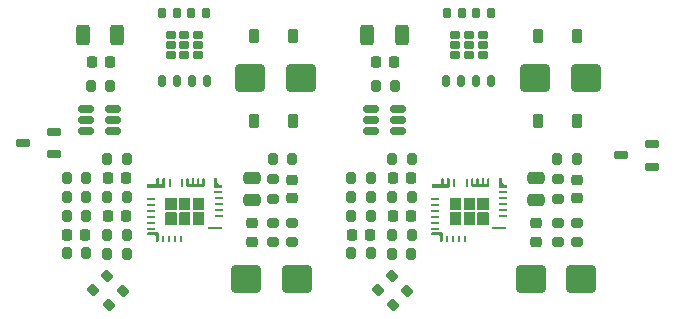
<source format=gtp>
%TF.GenerationSoftware,KiCad,Pcbnew,9.0.4*%
%TF.CreationDate,2025-10-02T17:53:38-07:00*%
%TF.ProjectId,PowerBoard,506f7765-7242-46f6-9172-642e6b696361,1*%
%TF.SameCoordinates,Original*%
%TF.FileFunction,Paste,Top*%
%TF.FilePolarity,Positive*%
%FSLAX46Y46*%
G04 Gerber Fmt 4.6, Leading zero omitted, Abs format (unit mm)*
G04 Created by KiCad (PCBNEW 9.0.4) date 2025-10-02 17:53:38*
%MOMM*%
%LPD*%
G01*
G04 APERTURE LIST*
G04 Aperture macros list*
%AMRoundRect*
0 Rectangle with rounded corners*
0 $1 Rounding radius*
0 $2 $3 $4 $5 $6 $7 $8 $9 X,Y pos of 4 corners*
0 Add a 4 corners polygon primitive as box body*
4,1,4,$2,$3,$4,$5,$6,$7,$8,$9,$2,$3,0*
0 Add four circle primitives for the rounded corners*
1,1,$1+$1,$2,$3*
1,1,$1+$1,$4,$5*
1,1,$1+$1,$6,$7*
1,1,$1+$1,$8,$9*
0 Add four rect primitives between the rounded corners*
20,1,$1+$1,$2,$3,$4,$5,0*
20,1,$1+$1,$4,$5,$6,$7,0*
20,1,$1+$1,$6,$7,$8,$9,0*
20,1,$1+$1,$8,$9,$2,$3,0*%
%AMFreePoly0*
4,1,13,0.175001,0.249999,0.175001,-0.475001,0.125001,-0.525001,-0.074999,-0.525001,-0.124998,-0.475001,-0.124998,-0.050000,-0.224998,0.049999,-0.474998,0.049999,-0.525000,0.099999,-0.524998,0.249999,-0.474998,0.299999,0.125001,0.299999,0.175001,0.249999,0.175001,0.249999,$1*%
%AMFreePoly1*
4,1,17,0.099997,0.600002,0.099997,0.200003,0.199999,0.100003,0.774997,0.100003,0.824999,0.050003,0.824997,-0.099997,0.774997,-0.149999,-0.025002,-0.149999,-0.054092,-0.120907,-0.075001,-0.112247,-0.112247,-0.075001,-0.120907,-0.054092,-0.150003,-0.024998,-0.150003,0.600002,-0.100003,0.650002,0.049997,0.650002,0.099997,0.600002,0.099997,0.600002,$1*%
G04 Aperture macros list end*
%ADD10C,0.000000*%
%ADD11RoundRect,0.225000X-0.225000X-0.375000X0.225000X-0.375000X0.225000X0.375000X-0.225000X0.375000X0*%
%ADD12RoundRect,0.200000X-0.200000X-0.275000X0.200000X-0.275000X0.200000X0.275000X-0.200000X0.275000X0*%
%ADD13R,0.650001X0.249999*%
%ADD14R,0.700001X0.249999*%
%ADD15FreePoly0,180.000000*%
%ADD16R,0.249999X0.750001*%
%ADD17FreePoly1,180.000000*%
%ADD18R,0.249999X0.599999*%
%ADD19R,1.300000X0.249999*%
%ADD20RoundRect,0.225000X0.225000X0.250000X-0.225000X0.250000X-0.225000X-0.250000X0.225000X-0.250000X0*%
%ADD21RoundRect,0.200000X0.200000X0.275000X-0.200000X0.275000X-0.200000X-0.275000X0.200000X-0.275000X0*%
%ADD22RoundRect,0.150000X-0.512500X-0.150000X0.512500X-0.150000X0.512500X0.150000X-0.512500X0.150000X0*%
%ADD23RoundRect,0.250000X0.312500X0.625000X-0.312500X0.625000X-0.312500X-0.625000X0.312500X-0.625000X0*%
%ADD24RoundRect,0.200000X-0.053033X0.335876X-0.335876X0.053033X0.053033X-0.335876X0.335876X-0.053033X0*%
%ADD25RoundRect,0.225000X-0.250000X0.225000X-0.250000X-0.225000X0.250000X-0.225000X0.250000X0.225000X0*%
%ADD26RoundRect,0.150000X0.300000X-0.150000X0.300000X0.150000X-0.300000X0.150000X-0.300000X-0.150000X0*%
%ADD27RoundRect,0.150000X-0.150000X-0.300000X0.150000X-0.300000X0.150000X0.300000X-0.150000X0.300000X0*%
%ADD28RoundRect,0.150000X-0.150000X-0.375000X0.150000X-0.375000X0.150000X0.375000X-0.150000X0.375000X0*%
%ADD29RoundRect,0.225000X0.250000X-0.225000X0.250000X0.225000X-0.250000X0.225000X-0.250000X-0.225000X0*%
%ADD30RoundRect,0.250000X1.000000X0.900000X-1.000000X0.900000X-1.000000X-0.900000X1.000000X-0.900000X0*%
%ADD31RoundRect,0.200000X-0.275000X0.200000X-0.275000X-0.200000X0.275000X-0.200000X0.275000X0.200000X0*%
%ADD32RoundRect,0.250000X0.475000X-0.250000X0.475000X0.250000X-0.475000X0.250000X-0.475000X-0.250000X0*%
%ADD33RoundRect,0.200000X0.275000X-0.200000X0.275000X0.200000X-0.275000X0.200000X-0.275000X-0.200000X0*%
%ADD34RoundRect,0.162500X0.447500X0.162500X-0.447500X0.162500X-0.447500X-0.162500X0.447500X-0.162500X0*%
G04 APERTURE END LIST*
D10*
%TO.C,U12*%
G36*
X158866445Y-104616751D02*
G01*
X158866445Y-105556749D01*
X158816445Y-105606749D01*
X157936447Y-105606749D01*
X157886447Y-105556749D01*
X157886447Y-104616751D01*
X157936447Y-104566751D01*
X158816445Y-104566751D01*
X158866445Y-104616751D01*
G37*
G36*
X158866445Y-105856751D02*
G01*
X158866445Y-106796749D01*
X158816445Y-106846749D01*
X157936447Y-106846749D01*
X157886447Y-106796749D01*
X157886447Y-105856751D01*
X157936447Y-105806751D01*
X158816445Y-105806751D01*
X158866445Y-105856751D01*
G37*
G36*
X160046445Y-104616751D02*
G01*
X160046445Y-105556749D01*
X159996445Y-105606749D01*
X159116447Y-105606749D01*
X159066447Y-105556749D01*
X159066447Y-104616751D01*
X159116447Y-104566751D01*
X159996445Y-104566751D01*
X160046445Y-104616751D01*
G37*
G36*
X160046445Y-105856751D02*
G01*
X160046445Y-106796749D01*
X159996445Y-106846749D01*
X159116447Y-106846749D01*
X159066447Y-106796749D01*
X159066447Y-105856751D01*
X159116447Y-105806751D01*
X159996445Y-105806751D01*
X160046445Y-105856751D01*
G37*
G36*
X161226445Y-104616751D02*
G01*
X161226445Y-105556749D01*
X161176445Y-105606749D01*
X160296447Y-105606749D01*
X160246447Y-105556749D01*
X160246447Y-104616751D01*
X160296447Y-104566751D01*
X161176445Y-104566751D01*
X161226445Y-104616751D01*
G37*
G36*
X161226445Y-105856751D02*
G01*
X161226445Y-106796749D01*
X161176445Y-106846749D01*
X160296447Y-106846749D01*
X160246447Y-106796749D01*
X160246447Y-105856751D01*
X160296447Y-105806751D01*
X161176445Y-105806751D01*
X161226445Y-105856751D01*
G37*
G36*
X157406445Y-102981750D02*
G01*
X157406445Y-103331750D01*
X157456445Y-103381752D01*
X157606445Y-103381749D01*
X157656447Y-103331752D01*
X157656447Y-102981750D01*
X157706447Y-102931750D01*
X157856447Y-102931750D01*
X157906447Y-102981750D01*
X157906447Y-103631751D01*
X157781446Y-103781751D01*
X156406445Y-103781751D01*
X156356447Y-103731751D01*
X156356447Y-103431752D01*
X156406447Y-103381752D01*
X157106448Y-103381752D01*
X157156446Y-103331752D01*
X157156446Y-102981750D01*
X157206446Y-102931750D01*
X157356448Y-102931750D01*
X157406445Y-102981750D01*
G37*
G36*
X159906445Y-102981750D02*
G01*
X159906445Y-103331750D01*
X159956445Y-103381749D01*
X160106445Y-103381749D01*
X160156445Y-103331750D01*
X160156445Y-102981750D01*
X160206447Y-102931750D01*
X160306447Y-102931750D01*
X160356447Y-102981750D01*
X160356444Y-103331750D01*
X160406447Y-103381749D01*
X160556447Y-103381749D01*
X160606444Y-103331750D01*
X160606444Y-102981750D01*
X160656444Y-102931750D01*
X160756446Y-102931750D01*
X160806446Y-102981750D01*
X160806446Y-103331750D01*
X160856446Y-103381749D01*
X161006446Y-103381749D01*
X161056446Y-103331750D01*
X161056446Y-102981750D01*
X161106445Y-102931750D01*
X161206445Y-102931750D01*
X161256445Y-102981750D01*
X161256445Y-103556750D01*
X161131447Y-103681749D01*
X159831447Y-103681749D01*
X159706446Y-103556750D01*
X159706446Y-102981750D01*
X159756446Y-102931750D01*
X159856445Y-102931750D01*
X159906445Y-102981750D01*
G37*
%TO.C,U14*%
G36*
X134766445Y-104616751D02*
G01*
X134766445Y-105556749D01*
X134716445Y-105606749D01*
X133836447Y-105606749D01*
X133786447Y-105556749D01*
X133786447Y-104616751D01*
X133836447Y-104566751D01*
X134716445Y-104566751D01*
X134766445Y-104616751D01*
G37*
G36*
X134766445Y-105856751D02*
G01*
X134766445Y-106796749D01*
X134716445Y-106846749D01*
X133836447Y-106846749D01*
X133786447Y-106796749D01*
X133786447Y-105856751D01*
X133836447Y-105806751D01*
X134716445Y-105806751D01*
X134766445Y-105856751D01*
G37*
G36*
X135946445Y-104616751D02*
G01*
X135946445Y-105556749D01*
X135896445Y-105606749D01*
X135016447Y-105606749D01*
X134966447Y-105556749D01*
X134966447Y-104616751D01*
X135016447Y-104566751D01*
X135896445Y-104566751D01*
X135946445Y-104616751D01*
G37*
G36*
X135946445Y-105856751D02*
G01*
X135946445Y-106796749D01*
X135896445Y-106846749D01*
X135016447Y-106846749D01*
X134966447Y-106796749D01*
X134966447Y-105856751D01*
X135016447Y-105806751D01*
X135896445Y-105806751D01*
X135946445Y-105856751D01*
G37*
G36*
X137126445Y-104616751D02*
G01*
X137126445Y-105556749D01*
X137076445Y-105606749D01*
X136196447Y-105606749D01*
X136146447Y-105556749D01*
X136146447Y-104616751D01*
X136196447Y-104566751D01*
X137076445Y-104566751D01*
X137126445Y-104616751D01*
G37*
G36*
X137126445Y-105856751D02*
G01*
X137126445Y-106796749D01*
X137076445Y-106846749D01*
X136196447Y-106846749D01*
X136146447Y-106796749D01*
X136146447Y-105856751D01*
X136196447Y-105806751D01*
X137076445Y-105806751D01*
X137126445Y-105856751D01*
G37*
G36*
X133306445Y-102981750D02*
G01*
X133306445Y-103331750D01*
X133356445Y-103381752D01*
X133506445Y-103381749D01*
X133556447Y-103331752D01*
X133556447Y-102981750D01*
X133606447Y-102931750D01*
X133756447Y-102931750D01*
X133806447Y-102981750D01*
X133806447Y-103631751D01*
X133681446Y-103781751D01*
X132306445Y-103781751D01*
X132256447Y-103731751D01*
X132256447Y-103431752D01*
X132306447Y-103381752D01*
X133006448Y-103381752D01*
X133056446Y-103331752D01*
X133056446Y-102981750D01*
X133106446Y-102931750D01*
X133256448Y-102931750D01*
X133306445Y-102981750D01*
G37*
G36*
X135806445Y-102981750D02*
G01*
X135806445Y-103331750D01*
X135856445Y-103381749D01*
X136006445Y-103381749D01*
X136056445Y-103331750D01*
X136056445Y-102981750D01*
X136106447Y-102931750D01*
X136206447Y-102931750D01*
X136256447Y-102981750D01*
X136256444Y-103331750D01*
X136306447Y-103381749D01*
X136456447Y-103381749D01*
X136506444Y-103331750D01*
X136506444Y-102981750D01*
X136556444Y-102931750D01*
X136656446Y-102931750D01*
X136706446Y-102981750D01*
X136706446Y-103331750D01*
X136756446Y-103381749D01*
X136906446Y-103381749D01*
X136956446Y-103331750D01*
X136956446Y-102981750D01*
X137006445Y-102931750D01*
X137106445Y-102931750D01*
X137156445Y-102981750D01*
X137156445Y-103556750D01*
X137031447Y-103681749D01*
X135731447Y-103681749D01*
X135606446Y-103556750D01*
X135606446Y-102981750D01*
X135656446Y-102931750D01*
X135756445Y-102931750D01*
X135806445Y-102981750D01*
G37*
%TD*%
D11*
%TO.C,D12*%
X165391447Y-90881750D03*
X168691447Y-90881750D03*
%TD*%
D12*
%TO.C,R52*%
X128916447Y-107731750D03*
X130566447Y-107731750D03*
%TD*%
D13*
%TO.C,U12*%
X162431447Y-106131749D03*
X162431447Y-105631750D03*
X162431447Y-105131751D03*
X162431447Y-104631749D03*
D14*
X162406445Y-104131750D03*
D15*
X162231447Y-103456751D03*
D16*
X159331445Y-103306751D03*
X158281445Y-103306751D03*
D13*
X156681445Y-104706751D03*
X156681445Y-105206750D03*
X156681445Y-105706751D03*
X156681445Y-106206750D03*
X156681445Y-106706749D03*
X156681445Y-107206751D03*
D17*
X157181444Y-107681748D03*
D18*
X157706447Y-108031750D03*
X158206446Y-108031750D03*
X158706445Y-108031750D03*
X159206447Y-108031750D03*
D19*
X162106446Y-107181749D03*
%TD*%
D20*
%TO.C,C56*%
X154616447Y-106131750D03*
X153066447Y-106131750D03*
%TD*%
D21*
%TO.C,R51*%
X153266447Y-95100000D03*
X151616447Y-95100000D03*
%TD*%
D22*
%TO.C,U13*%
X151241447Y-97056750D03*
X151241447Y-98006750D03*
X151241447Y-98956750D03*
X153516447Y-98956750D03*
X153516447Y-98006750D03*
X153516447Y-97056750D03*
%TD*%
D11*
%TO.C,D16*%
X141291447Y-90881750D03*
X144591447Y-90881750D03*
%TD*%
D23*
%TO.C,R63*%
X129741447Y-90806750D03*
X126816447Y-90806750D03*
%TD*%
D24*
%TO.C,R110*%
X154300000Y-112500000D03*
X153133274Y-113666726D03*
%TD*%
D21*
%TO.C,C59*%
X154666447Y-104531750D03*
X153016447Y-104531750D03*
%TD*%
D25*
%TO.C,C68*%
X141141447Y-106750000D03*
X141141447Y-108300000D03*
%TD*%
D12*
%TO.C,R41*%
X149550000Y-104531750D03*
X151200000Y-104531750D03*
%TD*%
D20*
%TO.C,C66*%
X130516447Y-102931750D03*
X128966447Y-102931750D03*
%TD*%
D26*
%TO.C,Q3*%
X158371447Y-92500000D03*
X159521447Y-92500000D03*
X160671447Y-92500000D03*
X158371447Y-91650000D03*
X159521447Y-91650000D03*
X160671447Y-91650000D03*
X158371447Y-90800000D03*
X159521447Y-90800000D03*
X160671447Y-90800000D03*
D27*
X157641447Y-88950000D03*
X158921447Y-88950000D03*
X160121447Y-88950000D03*
X161401447Y-88950000D03*
D28*
X161431447Y-94670000D03*
X157611447Y-94670000D03*
X158881447Y-94670000D03*
X160161447Y-94670000D03*
%TD*%
D26*
%TO.C,Q4*%
X134271447Y-92500000D03*
X135421447Y-92500000D03*
X136571447Y-92500000D03*
X134271447Y-91650000D03*
X135421447Y-91650000D03*
X136571447Y-91650000D03*
X134271447Y-90800000D03*
X135421447Y-90800000D03*
X136571447Y-90800000D03*
D27*
X133541447Y-88950000D03*
X134821447Y-88950000D03*
X136021447Y-88950000D03*
X137301447Y-88950000D03*
D28*
X137331447Y-94670000D03*
X133511447Y-94670000D03*
X134781447Y-94670000D03*
X136061447Y-94670000D03*
%TD*%
D29*
%TO.C,C69*%
X144541447Y-104606750D03*
X144541447Y-103056750D03*
%TD*%
D30*
%TO.C,D13*%
X144941447Y-111431750D03*
X140641447Y-111431750D03*
%TD*%
D21*
%TO.C,R59*%
X127100000Y-102931750D03*
X125450000Y-102931750D03*
%TD*%
D23*
%TO.C,R50*%
X153841447Y-90806750D03*
X150916447Y-90806750D03*
%TD*%
D20*
%TO.C,C65*%
X127050000Y-107731750D03*
X125500000Y-107731750D03*
%TD*%
D21*
%TO.C,R46*%
X151200000Y-102931750D03*
X149550000Y-102931750D03*
%TD*%
%TO.C,R42*%
X151200000Y-106131750D03*
X149550000Y-106131750D03*
%TD*%
D31*
%TO.C,R48*%
X167041447Y-106700000D03*
X167041447Y-108350000D03*
%TD*%
D20*
%TO.C,C58*%
X154616447Y-102931750D03*
X153066447Y-102931750D03*
%TD*%
D32*
%TO.C,C62*%
X165241447Y-104781750D03*
X165241447Y-102881750D03*
%TD*%
D21*
%TO.C,R56*%
X130566447Y-101331750D03*
X128916447Y-101331750D03*
%TD*%
D22*
%TO.C,U15*%
X127141447Y-97056750D03*
X127141447Y-98006750D03*
X127141447Y-98956750D03*
X129416447Y-98956750D03*
X129416447Y-98006750D03*
X129416447Y-97056750D03*
%TD*%
D12*
%TO.C,R44*%
X167016447Y-101331750D03*
X168666447Y-101331750D03*
%TD*%
D33*
%TO.C,R49*%
X167041447Y-104656750D03*
X167041447Y-103006750D03*
%TD*%
D21*
%TO.C,R55*%
X127100000Y-106131750D03*
X125450000Y-106131750D03*
%TD*%
D34*
%TO.C,Q42*%
X175000000Y-101950000D03*
X175000000Y-100050000D03*
X172380000Y-101000000D03*
%TD*%
D12*
%TO.C,R57*%
X142916447Y-101331750D03*
X144566447Y-101331750D03*
%TD*%
D24*
%TO.C,R115*%
X153000000Y-111200000D03*
X151833274Y-112366726D03*
%TD*%
D21*
%TO.C,R40*%
X154650000Y-109331750D03*
X153000000Y-109331750D03*
%TD*%
D24*
%TO.C,R111*%
X130200000Y-112500000D03*
X129033274Y-113666726D03*
%TD*%
D12*
%TO.C,R58*%
X125450000Y-109300000D03*
X127100000Y-109300000D03*
%TD*%
D31*
%TO.C,R60*%
X144541447Y-106700000D03*
X144541447Y-108350000D03*
%TD*%
D11*
%TO.C,D11*%
X165391447Y-98081750D03*
X168691447Y-98081750D03*
%TD*%
D29*
%TO.C,C61*%
X168641447Y-104606750D03*
X168641447Y-103056750D03*
%TD*%
D13*
%TO.C,U14*%
X138331447Y-106131749D03*
X138331447Y-105631750D03*
X138331447Y-105131751D03*
X138331447Y-104631749D03*
D14*
X138306445Y-104131750D03*
D15*
X138131447Y-103456751D03*
D16*
X135231445Y-103306751D03*
X134181445Y-103306751D03*
D13*
X132581445Y-104706751D03*
X132581445Y-105206750D03*
X132581445Y-105706751D03*
X132581445Y-106206750D03*
X132581445Y-106706749D03*
X132581445Y-107206751D03*
D17*
X133081444Y-107681748D03*
D18*
X133606447Y-108031750D03*
X134106446Y-108031750D03*
X134606445Y-108031750D03*
X135106447Y-108031750D03*
D19*
X138006446Y-107181749D03*
%TD*%
D20*
%TO.C,C71*%
X129116447Y-93100000D03*
X127566447Y-93100000D03*
%TD*%
D12*
%TO.C,R39*%
X153016447Y-107731750D03*
X154666447Y-107731750D03*
%TD*%
D21*
%TO.C,R43*%
X154666447Y-101331750D03*
X153016447Y-101331750D03*
%TD*%
D30*
%TO.C,D14*%
X145291447Y-94481750D03*
X140991447Y-94481750D03*
%TD*%
D32*
%TO.C,C70*%
X141141447Y-104781750D03*
X141141447Y-102881750D03*
%TD*%
D21*
%TO.C,C67*%
X130566447Y-104531750D03*
X128916447Y-104531750D03*
%TD*%
D12*
%TO.C,R54*%
X125450000Y-104531750D03*
X127100000Y-104531750D03*
%TD*%
D21*
%TO.C,R53*%
X130550000Y-109331750D03*
X128900000Y-109331750D03*
%TD*%
D12*
%TO.C,R45*%
X149550000Y-109300000D03*
X151200000Y-109300000D03*
%TD*%
D20*
%TO.C,C63*%
X153216447Y-93100000D03*
X151666447Y-93100000D03*
%TD*%
D25*
%TO.C,C60*%
X165241447Y-106750000D03*
X165241447Y-108300000D03*
%TD*%
D11*
%TO.C,D15*%
X141291447Y-98081750D03*
X144591447Y-98081750D03*
%TD*%
D21*
%TO.C,R64*%
X129166447Y-95100000D03*
X127516447Y-95100000D03*
%TD*%
D24*
%TO.C,R116*%
X128900000Y-111200000D03*
X127733274Y-112366726D03*
%TD*%
D31*
%TO.C,R47*%
X168641447Y-106700000D03*
X168641447Y-108350000D03*
%TD*%
D34*
%TO.C,Q44*%
X124410000Y-100900000D03*
X124410000Y-99000000D03*
X121790000Y-99950000D03*
%TD*%
D30*
%TO.C,D10*%
X169391447Y-94481750D03*
X165091447Y-94481750D03*
%TD*%
D33*
%TO.C,R62*%
X142941447Y-104656750D03*
X142941447Y-103006750D03*
%TD*%
D30*
%TO.C,D9*%
X169041447Y-111431750D03*
X164741447Y-111431750D03*
%TD*%
D20*
%TO.C,C64*%
X130516447Y-106131750D03*
X128966447Y-106131750D03*
%TD*%
%TO.C,C57*%
X151150000Y-107731750D03*
X149600000Y-107731750D03*
%TD*%
D31*
%TO.C,R61*%
X142941447Y-106700000D03*
X142941447Y-108350000D03*
%TD*%
M02*

</source>
